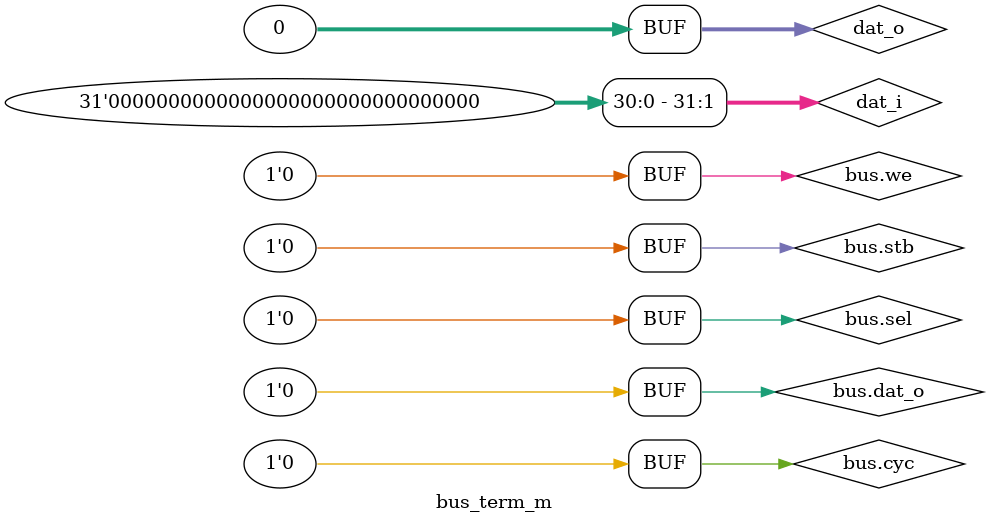
<source format=sv>
`timescale 1ns / 1ns

`include "wb.vh"

module bus_term(if_wb.slave bus);
  logic [31:0] dat_i, dat_o;

`ifdef NO_MODPORT_EXPRESSIONS
  assign dat_i = bus.dat_m;
  assign bus.dat_s = dat_o;
`else
  assign dat_i = bus.dat_i;
  assign bus.dat_o = dat_o;
`endif

  assign dat_o = 32'h0;
  assign bus.stall = 1'h0;
  assign bus.ack = 1'h1;
  
endmodule // bus_term

module bus_term_m(if_wb.master bus);
  logic [31:0] dat_i, dat_o;

`ifdef NO_MODPORT_EXPRESSIONS
  assign dat_i = bus.dat_s;
  assign bus.dat_m = dat_o;
`else
  assign dat_i = bus.dat_i;
  assign bus.dat_o = dat_o;
`endif

  assign dat_o = 32'h0;
  assign bus.cyc = 1'h0;
  assign bus.stb = 1'h0;
  assign bus.sel = 4'h0;
  assign bus.we = 1'h0;
  
endmodule // bus_term_m


</source>
